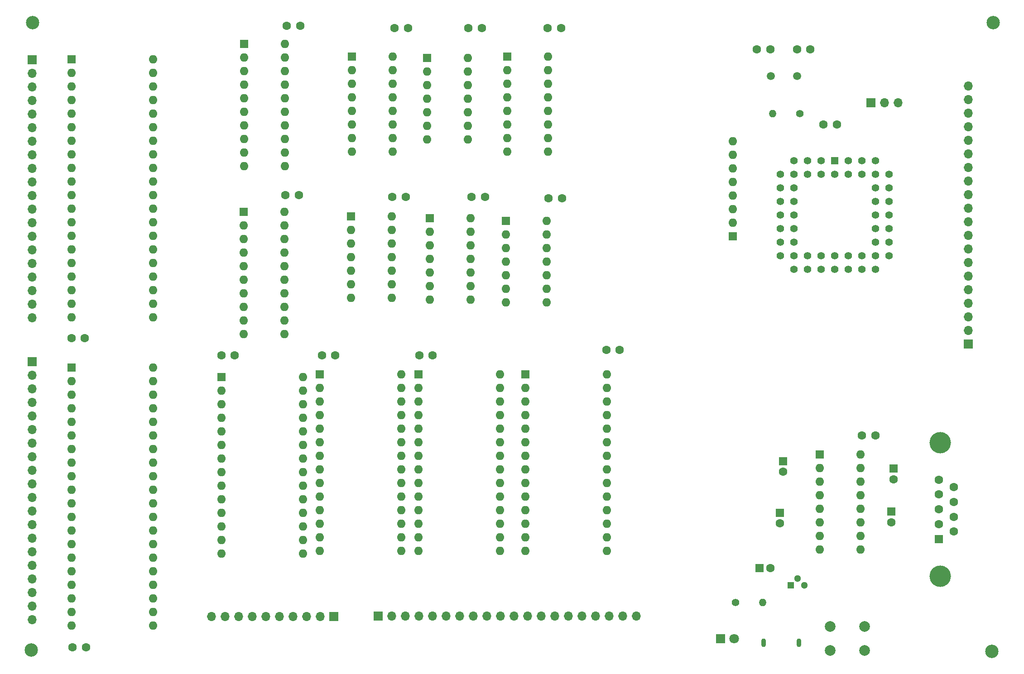
<source format=gbr>
%TF.GenerationSoftware,KiCad,Pcbnew,6.0.2+dfsg-1*%
%TF.CreationDate,2022-08-31T22:20:20-04:00*%
%TF.ProjectId,68hc11,36386863-3131-42e6-9b69-6361645f7063,1.03*%
%TF.SameCoordinates,Original*%
%TF.FileFunction,Soldermask,Bot*%
%TF.FilePolarity,Negative*%
%FSLAX46Y46*%
G04 Gerber Fmt 4.6, Leading zero omitted, Abs format (unit mm)*
G04 Created by KiCad (PCBNEW 6.0.2+dfsg-1) date 2022-08-31 22:20:20*
%MOMM*%
%LPD*%
G01*
G04 APERTURE LIST*
%ADD10C,2.500000*%
%ADD11C,1.600000*%
%ADD12R,1.600000X1.600000*%
%ADD13O,1.600000X1.600000*%
%ADD14R,1.700000X1.700000*%
%ADD15O,1.700000X1.700000*%
%ADD16C,1.400000*%
%ADD17O,1.400000X1.400000*%
%ADD18O,0.900000X1.600000*%
%ADD19R,1.422400X1.422400*%
%ADD20C,1.422400*%
%ADD21C,2.000000*%
%ADD22C,4.000000*%
%ADD23C,1.500000*%
%ADD24R,1.300000X1.300000*%
%ADD25C,1.300000*%
%ADD26R,1.800000X1.800000*%
%ADD27C,1.800000*%
G04 APERTURE END LIST*
D10*
%TO.C,H4*%
X34798000Y-146304000D03*
%TD*%
%TO.C,H3*%
X214376000Y-146558000D03*
%TD*%
%TO.C,H2*%
X214630000Y-28956000D03*
%TD*%
%TO.C,H1*%
X35052000Y-28956000D03*
%TD*%
D11*
%TO.C,C23*%
X42550000Y-145800000D03*
X45050000Y-145800000D03*
%TD*%
D12*
%TO.C,U8*%
X127200000Y-94800000D03*
D13*
X127200000Y-97340000D03*
X127200000Y-99880000D03*
X127200000Y-102420000D03*
X127200000Y-104960000D03*
X127200000Y-107500000D03*
X127200000Y-110040000D03*
X127200000Y-112580000D03*
X127200000Y-115120000D03*
X127200000Y-117660000D03*
X127200000Y-120200000D03*
X127200000Y-122740000D03*
X127200000Y-125280000D03*
X127200000Y-127820000D03*
X142440000Y-127820000D03*
X142440000Y-125280000D03*
X142440000Y-122740000D03*
X142440000Y-120200000D03*
X142440000Y-117660000D03*
X142440000Y-115120000D03*
X142440000Y-112580000D03*
X142440000Y-110040000D03*
X142440000Y-107500000D03*
X142440000Y-104960000D03*
X142440000Y-102420000D03*
X142440000Y-99880000D03*
X142440000Y-97340000D03*
X142440000Y-94800000D03*
%TD*%
D11*
%TO.C,C12*%
X178000000Y-34000000D03*
X180500000Y-34000000D03*
%TD*%
D14*
%TO.C,JP4*%
X191800000Y-44000000D03*
D15*
X194340000Y-44000000D03*
X196880000Y-44000000D03*
%TD*%
D11*
%TO.C,C5*%
X182950000Y-48000000D03*
X185450000Y-48000000D03*
%TD*%
D12*
%TO.C,U7*%
X107200000Y-94800000D03*
D13*
X107200000Y-97340000D03*
X107200000Y-99880000D03*
X107200000Y-102420000D03*
X107200000Y-104960000D03*
X107200000Y-107500000D03*
X107200000Y-110040000D03*
X107200000Y-112580000D03*
X107200000Y-115120000D03*
X107200000Y-117660000D03*
X107200000Y-120200000D03*
X107200000Y-122740000D03*
X107200000Y-125280000D03*
X107200000Y-127820000D03*
X122440000Y-127820000D03*
X122440000Y-125280000D03*
X122440000Y-122740000D03*
X122440000Y-120200000D03*
X122440000Y-117660000D03*
X122440000Y-115120000D03*
X122440000Y-112580000D03*
X122440000Y-110040000D03*
X122440000Y-107500000D03*
X122440000Y-104960000D03*
X122440000Y-102420000D03*
X122440000Y-99880000D03*
X122440000Y-97340000D03*
X122440000Y-94800000D03*
%TD*%
D14*
%TO.C,J11*%
X99680000Y-140000000D03*
D15*
X102220000Y-140000000D03*
X104760000Y-140000000D03*
X107300000Y-140000000D03*
X109840000Y-140000000D03*
X112380000Y-140000000D03*
X114920000Y-140000000D03*
X117460000Y-140000000D03*
X120000000Y-140000000D03*
X122540000Y-140000000D03*
X125080000Y-140000000D03*
X127620000Y-140000000D03*
X130160000Y-140000000D03*
X132700000Y-140000000D03*
X135240000Y-140000000D03*
X137780000Y-140000000D03*
X140320000Y-140000000D03*
X142860000Y-140000000D03*
X145400000Y-140000000D03*
X147940000Y-140000000D03*
%TD*%
D11*
%TO.C,C4*%
X82600000Y-29600000D03*
X85100000Y-29600000D03*
%TD*%
%TO.C,C19*%
X117150000Y-61600000D03*
X119650000Y-61600000D03*
%TD*%
%TO.C,C10*%
X102750000Y-30000000D03*
X105250000Y-30000000D03*
%TD*%
%TO.C,C9*%
X190150000Y-106200000D03*
X192650000Y-106200000D03*
%TD*%
D12*
%TO.C,U12*%
X108800000Y-35575000D03*
D13*
X108800000Y-38115000D03*
X108800000Y-40655000D03*
X108800000Y-43195000D03*
X108800000Y-45735000D03*
X108800000Y-48275000D03*
X108800000Y-50815000D03*
X116420000Y-50815000D03*
X116420000Y-48275000D03*
X116420000Y-45735000D03*
X116420000Y-43195000D03*
X116420000Y-40655000D03*
X116420000Y-38115000D03*
X116420000Y-35575000D03*
%TD*%
D16*
%TO.C,R2*%
X178540000Y-46000000D03*
D17*
X173460000Y-46000000D03*
%TD*%
D11*
%TO.C,C21*%
X116550000Y-30000000D03*
X119050000Y-30000000D03*
%TD*%
%TO.C,C18*%
X102330000Y-61600000D03*
X104830000Y-61600000D03*
%TD*%
%TO.C,C6*%
X70350000Y-91200000D03*
X72850000Y-91200000D03*
%TD*%
D12*
%TO.C,U9*%
X182200000Y-109725000D03*
D13*
X182200000Y-112265000D03*
X182200000Y-114805000D03*
X182200000Y-117345000D03*
X182200000Y-119885000D03*
X182200000Y-122425000D03*
X182200000Y-124965000D03*
X182200000Y-127505000D03*
X189820000Y-127505000D03*
X189820000Y-124965000D03*
X189820000Y-122425000D03*
X189820000Y-119885000D03*
X189820000Y-117345000D03*
X189820000Y-114805000D03*
X189820000Y-112265000D03*
X189820000Y-109725000D03*
%TD*%
D12*
%TO.C,C13*%
X196000000Y-112400000D03*
D11*
X196000000Y-114400000D03*
%TD*%
D12*
%TO.C,RN1*%
X166000000Y-68900000D03*
D13*
X166000000Y-66360000D03*
X166000000Y-63820000D03*
X166000000Y-61280000D03*
X166000000Y-58740000D03*
X166000000Y-56200000D03*
X166000000Y-53660000D03*
X166000000Y-51120000D03*
%TD*%
D12*
%TO.C,C1*%
X171000000Y-131000000D03*
D11*
X173000000Y-131000000D03*
%TD*%
D18*
%TO.C,J1*%
X171700000Y-145000000D03*
X178300000Y-145000000D03*
%TD*%
D12*
%TO.C,C15*%
X195600000Y-120444900D03*
D11*
X195600000Y-122444900D03*
%TD*%
D19*
%TO.C,U1*%
X185000000Y-54840000D03*
D20*
X185000000Y-57380000D03*
X182460000Y-54840000D03*
X182460000Y-57380000D03*
X179920000Y-54840000D03*
X179920000Y-57380000D03*
X177380000Y-54840000D03*
X174840000Y-57380000D03*
X177380000Y-57380000D03*
X174840000Y-59920000D03*
X177380000Y-59920000D03*
X174840000Y-62460000D03*
X177380000Y-62460000D03*
X174840000Y-65000000D03*
X177380000Y-65000000D03*
X174840000Y-67540000D03*
X177380000Y-67540000D03*
X174840000Y-70080000D03*
X177380000Y-70080000D03*
X174840000Y-72620000D03*
X177380000Y-75160000D03*
X177380000Y-72620000D03*
X179920000Y-75160000D03*
X179920000Y-72620000D03*
X182460000Y-75160000D03*
X182460000Y-72620000D03*
X185000000Y-75160000D03*
X185000000Y-72620000D03*
X187540000Y-75160000D03*
X187540000Y-72620000D03*
X190080000Y-75160000D03*
X190080000Y-72620000D03*
X192620000Y-75160000D03*
X195160000Y-72620000D03*
X192620000Y-72620000D03*
X195160000Y-70080000D03*
X192620000Y-70080000D03*
X195160000Y-67540000D03*
X192620000Y-67540000D03*
X195160000Y-65000000D03*
X192620000Y-65000000D03*
X195160000Y-62460000D03*
X192620000Y-62460000D03*
X195160000Y-59920000D03*
X192620000Y-59920000D03*
X195160000Y-57380000D03*
X192620000Y-54840000D03*
X192620000Y-57380000D03*
X190080000Y-54840000D03*
X190080000Y-57380000D03*
X187540000Y-54840000D03*
X187540000Y-57380000D03*
%TD*%
D11*
%TO.C,C22*%
X89150000Y-91200000D03*
X91650000Y-91200000D03*
%TD*%
%TO.C,C2*%
X42350000Y-88000000D03*
X44850000Y-88000000D03*
%TD*%
D12*
%TO.C,U3*%
X74580000Y-64375000D03*
D13*
X74580000Y-66915000D03*
X74580000Y-69455000D03*
X74580000Y-71995000D03*
X74580000Y-74535000D03*
X74580000Y-77075000D03*
X74580000Y-79615000D03*
X74580000Y-82155000D03*
X74580000Y-84695000D03*
X74580000Y-87235000D03*
X82200000Y-87235000D03*
X82200000Y-84695000D03*
X82200000Y-82155000D03*
X82200000Y-79615000D03*
X82200000Y-77075000D03*
X82200000Y-74535000D03*
X82200000Y-71995000D03*
X82200000Y-69455000D03*
X82200000Y-66915000D03*
X82200000Y-64375000D03*
%TD*%
D11*
%TO.C,C20*%
X131550000Y-61800000D03*
X134050000Y-61800000D03*
%TD*%
D12*
%TO.C,C14*%
X175400000Y-111000000D03*
D11*
X175400000Y-113000000D03*
%TD*%
D21*
%TO.C,SW1*%
X190650000Y-141950000D03*
X184150000Y-141950000D03*
X184150000Y-146450000D03*
X190650000Y-146450000D03*
%TD*%
D14*
%TO.C,J5*%
X35025000Y-35900000D03*
D15*
X35025000Y-38440000D03*
X35025000Y-40980000D03*
X35025000Y-43520000D03*
X35025000Y-46060000D03*
X35025000Y-48600000D03*
X35025000Y-51140000D03*
X35025000Y-53680000D03*
X35025000Y-56220000D03*
X35025000Y-58760000D03*
X35025000Y-61300000D03*
X35025000Y-63840000D03*
X35025000Y-66380000D03*
X35025000Y-68920000D03*
X35025000Y-71460000D03*
X35025000Y-74000000D03*
X35025000Y-76540000D03*
X35025000Y-79080000D03*
X35025000Y-81620000D03*
X35025000Y-84160000D03*
%TD*%
D14*
%TO.C,J4*%
X209975000Y-89100000D03*
D15*
X209975000Y-86560000D03*
X209975000Y-84020000D03*
X209975000Y-81480000D03*
X209975000Y-78940000D03*
X209975000Y-76400000D03*
X209975000Y-73860000D03*
X209975000Y-71320000D03*
X209975000Y-68780000D03*
X209975000Y-66240000D03*
X209975000Y-63700000D03*
X209975000Y-61160000D03*
X209975000Y-58620000D03*
X209975000Y-56080000D03*
X209975000Y-53540000D03*
X209975000Y-51000000D03*
X209975000Y-48460000D03*
X209975000Y-45920000D03*
X209975000Y-43380000D03*
X209975000Y-40840000D03*
%TD*%
D22*
%TO.C,J2*%
X204794700Y-107510000D03*
X204794700Y-132510000D03*
D12*
X204494700Y-125550000D03*
D11*
X204494700Y-122780000D03*
X204494700Y-120010000D03*
X204494700Y-117240000D03*
X204494700Y-114470000D03*
X207334700Y-124165000D03*
X207334700Y-121395000D03*
X207334700Y-118625000D03*
X207334700Y-115855000D03*
%TD*%
D12*
%TO.C,U11*%
X123800000Y-35325000D03*
D13*
X123800000Y-37865000D03*
X123800000Y-40405000D03*
X123800000Y-42945000D03*
X123800000Y-45485000D03*
X123800000Y-48025000D03*
X123800000Y-50565000D03*
X123800000Y-53105000D03*
X131420000Y-53105000D03*
X131420000Y-50565000D03*
X131420000Y-48025000D03*
X131420000Y-45485000D03*
X131420000Y-42945000D03*
X131420000Y-40405000D03*
X131420000Y-37865000D03*
X131420000Y-35325000D03*
%TD*%
D11*
%TO.C,C17*%
X131350000Y-30000000D03*
X133850000Y-30000000D03*
%TD*%
D14*
%TO.C,J8*%
X35000000Y-92360000D03*
D15*
X35000000Y-94900000D03*
X35000000Y-97440000D03*
X35000000Y-99980000D03*
X35000000Y-102520000D03*
X35000000Y-105060000D03*
X35000000Y-107600000D03*
X35000000Y-110140000D03*
X35000000Y-112680000D03*
X35000000Y-115220000D03*
X35000000Y-117760000D03*
X35000000Y-120300000D03*
X35000000Y-122840000D03*
X35000000Y-125380000D03*
X35000000Y-127920000D03*
X35000000Y-130460000D03*
X35000000Y-133000000D03*
X35000000Y-135540000D03*
X35000000Y-138080000D03*
X35000000Y-140620000D03*
%TD*%
D11*
%TO.C,C8*%
X142350000Y-90200000D03*
X144850000Y-90200000D03*
%TD*%
D12*
%TO.C,U16*%
X88800000Y-94800000D03*
D13*
X88800000Y-97340000D03*
X88800000Y-99880000D03*
X88800000Y-102420000D03*
X88800000Y-104960000D03*
X88800000Y-107500000D03*
X88800000Y-110040000D03*
X88800000Y-112580000D03*
X88800000Y-115120000D03*
X88800000Y-117660000D03*
X88800000Y-120200000D03*
X88800000Y-122740000D03*
X88800000Y-125280000D03*
X88800000Y-127820000D03*
X104040000Y-127820000D03*
X104040000Y-125280000D03*
X104040000Y-122740000D03*
X104040000Y-120200000D03*
X104040000Y-117660000D03*
X104040000Y-115120000D03*
X104040000Y-112580000D03*
X104040000Y-110040000D03*
X104040000Y-107500000D03*
X104040000Y-104960000D03*
X104040000Y-102420000D03*
X104040000Y-99880000D03*
X104040000Y-97340000D03*
X104040000Y-94800000D03*
%TD*%
D12*
%TO.C,U6*%
X70400000Y-95250000D03*
D13*
X70400000Y-97790000D03*
X70400000Y-100330000D03*
X70400000Y-102870000D03*
X70400000Y-105410000D03*
X70400000Y-107950000D03*
X70400000Y-110490000D03*
X70400000Y-113030000D03*
X70400000Y-115570000D03*
X70400000Y-118110000D03*
X70400000Y-120650000D03*
X70400000Y-123190000D03*
X70400000Y-125730000D03*
X70400000Y-128270000D03*
X85640000Y-128270000D03*
X85640000Y-125730000D03*
X85640000Y-123190000D03*
X85640000Y-120650000D03*
X85640000Y-118110000D03*
X85640000Y-115570000D03*
X85640000Y-113030000D03*
X85640000Y-110490000D03*
X85640000Y-107950000D03*
X85640000Y-105410000D03*
X85640000Y-102870000D03*
X85640000Y-100330000D03*
X85640000Y-97790000D03*
X85640000Y-95250000D03*
%TD*%
D12*
%TO.C,U4*%
X74600000Y-32960000D03*
D13*
X74600000Y-35500000D03*
X74600000Y-38040000D03*
X74600000Y-40580000D03*
X74600000Y-43120000D03*
X74600000Y-45660000D03*
X74600000Y-48200000D03*
X74600000Y-50740000D03*
X74600000Y-53280000D03*
X74600000Y-55820000D03*
X82220000Y-55820000D03*
X82220000Y-53280000D03*
X82220000Y-50740000D03*
X82220000Y-48200000D03*
X82220000Y-45660000D03*
X82220000Y-43120000D03*
X82220000Y-40580000D03*
X82220000Y-38040000D03*
X82220000Y-35500000D03*
X82220000Y-32960000D03*
%TD*%
D12*
%TO.C,U17*%
X42375000Y-93475000D03*
D13*
X42375000Y-96015000D03*
X42375000Y-98555000D03*
X42375000Y-101095000D03*
X42375000Y-103635000D03*
X42375000Y-106175000D03*
X42375000Y-108715000D03*
X42375000Y-111255000D03*
X42375000Y-113795000D03*
X42375000Y-116335000D03*
X42375000Y-118875000D03*
X42375000Y-121415000D03*
X42375000Y-123955000D03*
X42375000Y-126495000D03*
X42375000Y-129035000D03*
X42375000Y-131575000D03*
X42375000Y-134115000D03*
X42375000Y-136655000D03*
X42375000Y-139195000D03*
X42375000Y-141735000D03*
X57615000Y-141735000D03*
X57615000Y-139195000D03*
X57615000Y-136655000D03*
X57615000Y-134115000D03*
X57615000Y-131575000D03*
X57615000Y-129035000D03*
X57615000Y-126495000D03*
X57615000Y-123955000D03*
X57615000Y-121415000D03*
X57615000Y-118875000D03*
X57615000Y-116335000D03*
X57615000Y-113795000D03*
X57615000Y-111255000D03*
X57615000Y-108715000D03*
X57615000Y-106175000D03*
X57615000Y-103635000D03*
X57615000Y-101095000D03*
X57615000Y-98555000D03*
X57615000Y-96015000D03*
X57615000Y-93475000D03*
%TD*%
D12*
%TO.C,C16*%
X174800000Y-120644900D03*
D11*
X174800000Y-122644900D03*
%TD*%
%TO.C,C3*%
X82350000Y-61200000D03*
X84850000Y-61200000D03*
%TD*%
D16*
%TO.C,R1*%
X166460000Y-137400000D03*
D17*
X171540000Y-137400000D03*
%TD*%
D11*
%TO.C,C7*%
X107350000Y-91200000D03*
X109850000Y-91200000D03*
%TD*%
D23*
%TO.C,Y1*%
X173120000Y-39000000D03*
X178000000Y-39000000D03*
%TD*%
D11*
%TO.C,C11*%
X173000000Y-34000000D03*
X170500000Y-34000000D03*
%TD*%
D14*
%TO.C,J7*%
X91400000Y-140025000D03*
D15*
X88860000Y-140025000D03*
X86320000Y-140025000D03*
X83780000Y-140025000D03*
X81240000Y-140025000D03*
X78700000Y-140025000D03*
X76160000Y-140025000D03*
X73620000Y-140025000D03*
X71080000Y-140025000D03*
X68540000Y-140025000D03*
%TD*%
D12*
%TO.C,U2*%
X42375000Y-35875000D03*
D13*
X42375000Y-38415000D03*
X42375000Y-40955000D03*
X42375000Y-43495000D03*
X42375000Y-46035000D03*
X42375000Y-48575000D03*
X42375000Y-51115000D03*
X42375000Y-53655000D03*
X42375000Y-56195000D03*
X42375000Y-58735000D03*
X42375000Y-61275000D03*
X42375000Y-63815000D03*
X42375000Y-66355000D03*
X42375000Y-68895000D03*
X42375000Y-71435000D03*
X42375000Y-73975000D03*
X42375000Y-76515000D03*
X42375000Y-79055000D03*
X42375000Y-81595000D03*
X42375000Y-84135000D03*
X57615000Y-84135000D03*
X57615000Y-81595000D03*
X57615000Y-79055000D03*
X57615000Y-76515000D03*
X57615000Y-73975000D03*
X57615000Y-71435000D03*
X57615000Y-68895000D03*
X57615000Y-66355000D03*
X57615000Y-63815000D03*
X57615000Y-61275000D03*
X57615000Y-58735000D03*
X57615000Y-56195000D03*
X57615000Y-53655000D03*
X57615000Y-51115000D03*
X57615000Y-48575000D03*
X57615000Y-46035000D03*
X57615000Y-43495000D03*
X57615000Y-40955000D03*
X57615000Y-38415000D03*
X57615000Y-35875000D03*
%TD*%
D12*
%TO.C,U13*%
X94580000Y-65175000D03*
D13*
X94580000Y-67715000D03*
X94580000Y-70255000D03*
X94580000Y-72795000D03*
X94580000Y-75335000D03*
X94580000Y-77875000D03*
X94580000Y-80415000D03*
X102200000Y-80415000D03*
X102200000Y-77875000D03*
X102200000Y-75335000D03*
X102200000Y-72795000D03*
X102200000Y-70255000D03*
X102200000Y-67715000D03*
X102200000Y-65175000D03*
%TD*%
D12*
%TO.C,U15*%
X123580000Y-66060000D03*
D13*
X123580000Y-68600000D03*
X123580000Y-71140000D03*
X123580000Y-73680000D03*
X123580000Y-76220000D03*
X123580000Y-78760000D03*
X123580000Y-81300000D03*
X131200000Y-81300000D03*
X131200000Y-78760000D03*
X131200000Y-76220000D03*
X131200000Y-73680000D03*
X131200000Y-71140000D03*
X131200000Y-68600000D03*
X131200000Y-66060000D03*
%TD*%
D24*
%TO.C,U10*%
X176800000Y-134200000D03*
D25*
X178070000Y-132930000D03*
X179340000Y-134200000D03*
%TD*%
D26*
%TO.C,D1*%
X163725000Y-144200000D03*
D27*
X166265000Y-144200000D03*
%TD*%
D12*
%TO.C,U14*%
X109380000Y-65575000D03*
D13*
X109380000Y-68115000D03*
X109380000Y-70655000D03*
X109380000Y-73195000D03*
X109380000Y-75735000D03*
X109380000Y-78275000D03*
X109380000Y-80815000D03*
X117000000Y-80815000D03*
X117000000Y-78275000D03*
X117000000Y-75735000D03*
X117000000Y-73195000D03*
X117000000Y-70655000D03*
X117000000Y-68115000D03*
X117000000Y-65575000D03*
%TD*%
D12*
%TO.C,U5*%
X94800000Y-35325000D03*
D13*
X94800000Y-37865000D03*
X94800000Y-40405000D03*
X94800000Y-42945000D03*
X94800000Y-45485000D03*
X94800000Y-48025000D03*
X94800000Y-50565000D03*
X94800000Y-53105000D03*
X102420000Y-53105000D03*
X102420000Y-50565000D03*
X102420000Y-48025000D03*
X102420000Y-45485000D03*
X102420000Y-42945000D03*
X102420000Y-40405000D03*
X102420000Y-37865000D03*
X102420000Y-35325000D03*
%TD*%
M02*

</source>
